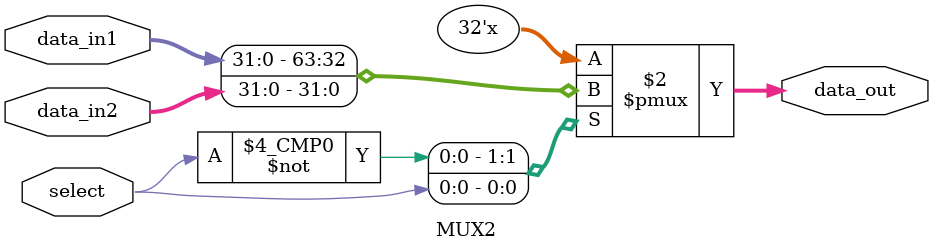
<source format=v>
module MUX2 (
    input [31:0] data_in1, data_in2,
    input select,
    output reg [31:0] data_out
);
    always @(*) begin
        case (select)
            0: data_out = data_in1;
            1: data_out = data_in2;
            default: data_out = 32'bz;
        endcase
    end
endmodule


</source>
